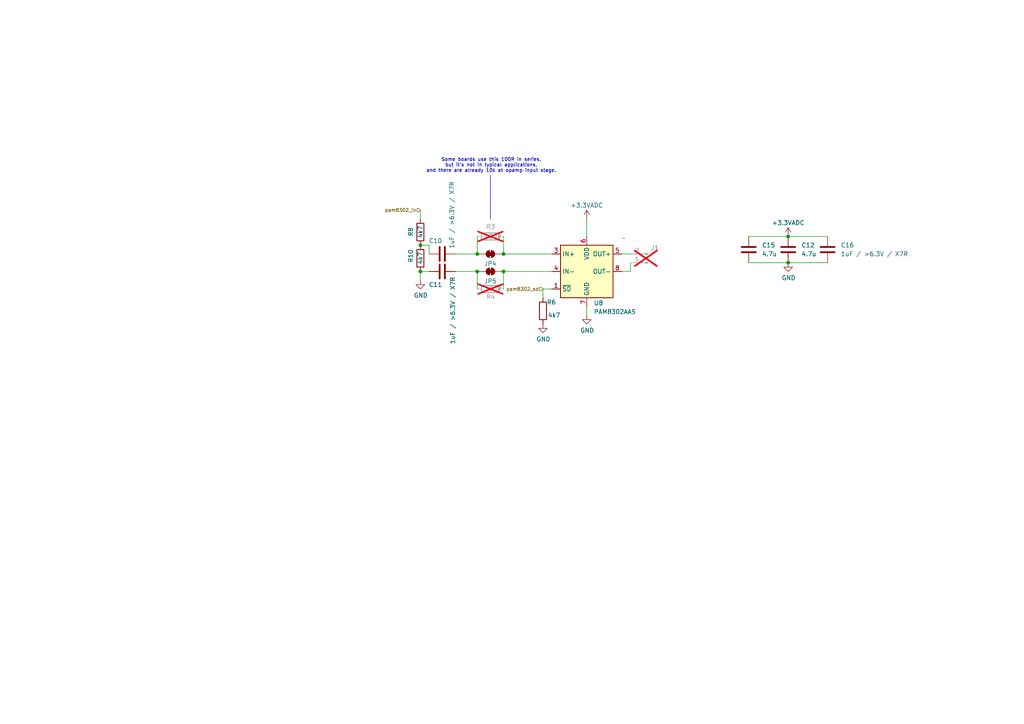
<source format=kicad_sch>
(kicad_sch (version 20250114) (generator "eeschema") (generator_version "9.0")
  (paper "A4")
  (lib_symbols
    (symbol "Amplifier_Audio:PAM8302AAS"
      (property "Reference" "U" (at 7.62 11.43 0))
      (property "Value" "PAM8302AAS" (at 7.62 8.89 0))
      (symbol "PAM8302AAS_0_1"
        (rectangle (start -7.62 7.62) (end 7.62 -7.62) (stroke (width 0.254)) (fill (type background)))
      )
      (symbol "PAM8302AAS_1_1"
        (pin input line (at -10.16 5.08 0) (length 2.54) (name "IN+") (number "3"))
        (pin input line (at -10.16 0 0) (length 2.54) (name "IN-") (number "4"))
        (pin input line (at -10.16 -5.08 0) (length 2.54) (name "~{SD}") (number "1"))
        (pin power_in line (at 0 10.16 270) (length 2.54) (name "VDD") (number "6"))
        (pin power_in line (at 0 -10.16 90) (length 2.54) (name "GND") (number "7"))
        (pin no_connect line (at 7.62 -5.08 180) (length 2.54) (hide yes) (name "NC") (number "2"))
        (pin output line (at 10.16 5.08 180) (length 2.54) (name "OUT+") (number "5"))
        (pin output line (at 10.16 0 180) (length 2.54) (name "OUT-") (number "8"))
      )
    )
    (symbol "Connector:Conn_01x02_Pin" (pin_names (offset 1.016) (hide yes))
      (property "Reference" "J" (at 0 2.54 0))
      (property "Value" "Conn_01x02_Pin" (at 0 -5.08 0))
      (symbol "Conn_01x02_Pin_1_1"
        (rectangle (start 0.8636 0.127) (end 0 -0.127) (stroke (width 0.1524)) (fill (type outline)))
        (rectangle (start 0.8636 -2.413) (end 0 -2.667) (stroke (width 0.1524)) (fill (type outline)))
        (polyline (pts (xy 1.27 0) (xy 0.8636 0)) (stroke (width 0.1524)))
        (polyline (pts (xy 1.27 -2.54) (xy 0.8636 -2.54)) (stroke (width 0.1524)))
        (pin passive line (at 5.08 0 180) (length 3.81) (name "Pin_1") (number "1"))
        (pin passive line (at 5.08 -2.54 180) (length 3.81) (name "Pin_2") (number "2"))
      )
    )
    (symbol "Device:C" (pin_numbers (hide yes)) (pin_names (offset 0.254))
      (property "Reference" "C" (at 0.635 2.54 0))
      (property "Value" "C" (at 0.635 -2.54 0))
      (symbol "C_0_1"
        (polyline (pts (xy -2.032 0.762) (xy 2.032 0.762)) (stroke (width 0.508)))
        (polyline (pts (xy -2.032 -0.762) (xy 2.032 -0.762)) (stroke (width 0.508)))
      )
      (symbol "C_1_1"
        (pin passive line (at 0 3.81 270) (length 2.794) (name "~") (number "1"))
        (pin passive line (at 0 -3.81 90) (length 2.794) (name "~") (number "2"))
      )
    )
    (symbol "Device:R" (pin_numbers (hide yes)) (pin_names (offset 0))
      (property "Reference" "R" (at 2.032 0 90))
      (property "Value" "R" (at 0 0 90))
      (symbol "R_0_1"
        (rectangle (start -1.016 -2.54) (end 1.016 2.54) (stroke (width 0.254)))
      )
      (symbol "R_1_1"
        (pin passive line (at 0 3.81 270) (length 1.27) (name "~") (number "1"))
        (pin passive line (at 0 -3.81 90) (length 1.27) (name "~") (number "2"))
      )
    )
    (symbol "Jumper:SolderJumper_2_Bridged" (pin_numbers (hide yes)) (pin_names (offset 0) (hide yes)) (in_bom no)
      (property "Reference" "JP" (at 0 2.032 0))
      (property "Value" "SolderJumper_2_Bridged" (at 0 -2.54 0))
      (symbol "SolderJumper_2_Bridged_0_1"
        (rectangle (start -0.508 0.508) (end 0.508 -0.508) (fill (type outline)))
        (polyline (pts (xy -0.254 1.016) (xy -0.254 -1.016)))
        (arc (start -0.254 -1.016) (mid -1.2656 0) (end -0.254 1.016))
        (arc (start -0.254 -1.016) (mid -1.2656 0) (end -0.254 1.016) (fill (type outline)))
        (arc (start 0.254 1.016) (mid 1.2656 0) (end 0.254 -1.016))
        (arc (start 0.254 1.016) (mid 1.2656 0) (end 0.254 -1.016) (fill (type outline)))
        (polyline (pts (xy 0.254 1.016) (xy 0.254 -1.016)))
      )
      (symbol "SolderJumper_2_Bridged_1_1"
        (pin passive line (at -3.81 0 0) (length 2.54) (name "A") (number "1"))
        (pin passive line (at 3.81 0 180) (length 2.54) (name "B") (number "2"))
      )
    )
    (symbol "power:+3.3VADC" (power) (pin_numbers (hide yes)) (pin_names (offset 0) (hide yes))
      (property "Value" "+3.3VADC" (at 0 3.556 0))
      (symbol "+3.3VADC_0_0"
        (pin power_in line (at 0 0 90) (length 0) (name "~") (number "1"))
      )
      (symbol "+3.3VADC_0_1"
        (polyline (pts (xy -0.762 1.27) (xy 0 2.54)))
        (polyline (pts (xy 0 2.54) (xy 0.762 1.27)))
        (polyline (pts (xy 0 0) (xy 0 2.54)))
      )
    )
    (symbol "power:GND" (power) (pin_numbers (hide yes)) (pin_names (offset 0) (hide yes))
      (property "Value" "GND" (at 0 -3.81 0))
      (symbol "GND_0_1"
        (polyline (pts (xy 0 0) (xy 0 -1.27) (xy 1.27 -1.27) (xy 0 -2.54) (xy -1.27 -1.27) (xy 0 -1.27)))
      )
      (symbol "GND_1_1"
        (pin power_in line (at 0 0 270) (length 0) (name "~") (number "1"))
      )
    )
  )
  (text "Some boards use this 100R in series,\nbut it's not in typical applications,\nand there are already 10k at opamp input stage." (at 142.494 48.006 0) (effects (font (size 0.9906 0.9906))))
  (junction (at 228.6 76.2))
  (junction (at 138.43 78.74))
  (junction (at 146.05 78.74))
  (junction (at 121.92 78.74))
  (junction (at 121.92 71.12))
  (junction (at 138.43 73.66))
  (junction (at 146.05 73.66))
  (junction (at 228.6 68.58))
  (wire (pts (xy 132.08 73.66) (xy 138.43 73.66)))
  (wire (pts (xy 170.18 91.44) (xy 170.18 88.9)))
  (wire (pts (xy 180.34 78.74) (xy 182.88 78.74)))
  (wire (pts (xy 121.92 71.12) (xy 124.46 71.12)))
  (wire (pts (xy 160.02 83.82) (xy 157.48 83.82)))
  (wire (pts (xy 228.6 68.58) (xy 240.03 68.58)))
  (wire (pts (xy 146.05 83.82) (xy 146.05 78.74)))
  (wire (pts (xy 138.43 78.74) (xy 132.08 78.74)))
  (wire (pts (xy 138.43 68.58) (xy 138.43 73.66)))
  (wire (pts (xy 182.88 78.74) (xy 182.88 76.2)))
  (wire (pts (xy 217.17 68.58) (xy 228.6 68.58)))
  (wire (pts (xy 146.05 73.66) (xy 160.02 73.66)))
  (wire (pts (xy 138.43 83.82) (xy 138.43 78.74)))
  (wire (pts (xy 217.17 76.2) (xy 228.6 76.2)))
  (wire (pts (xy 146.05 78.74) (xy 160.02 78.74)))
  (wire (pts (xy 124.46 71.12) (xy 124.46 73.66)))
  (wire (pts (xy 121.92 60.96) (xy 121.92 63.5)))
  (wire (pts (xy 170.18 63.5) (xy 170.18 68.58)))
  (wire (pts (xy 124.46 78.74) (xy 121.92 78.74)))
  (wire (pts (xy 121.92 78.74) (xy 121.92 81.28)))
  (wire (pts (xy 180.34 73.66) (xy 182.88 73.66)))
  (wire (pts (xy 146.05 68.58) (xy 146.05 73.66)))
  (wire (pts (xy 228.6 76.2) (xy 240.03 76.2)))
  (wire (pts (xy 157.48 83.82) (xy 157.48 86.36)))
  (polyline (pts (xy 142.24 50.8) (xy 142.24 63.5)))
  (hierarchical_label "pam8302_in" (shape input) (at 121.92 60.96 180) (effects (font (size 0.9906 0.9906))))
  (hierarchical_label "pam8302_sd" (shape input) (at 157.48 83.82 180) (effects (font (size 0.9906 0.9906))))
  (symbol (lib_id "power:GND") (at 170.18 91.44 0) (unit 1)
    (property "Reference" "#PWR03" (effects (hide yes)))
    (property "Value" "GND" (at 170.307 95.8342 0))
    (property "Description" "Power symbol creates a global label with name \"GND\" , ground" (effects (hide yes)))
  )
  (symbol (lib_id "Connector:Conn_01x02_Pin") (at 187.96 76.2 180) (unit 1) (dnp yes)
    (property "Reference" "J1" (at 188.722 71.882 0) (effects (justify right)))
    (property "Value" "~" (at 180.34 69.088 0) (effects (justify right)))
    (property "Footprint" "Connector_PinSocket_2.54mm:PinSocket_1x02_P2.54mm_Vertical" (effects (hide yes)))
    (property "Description" "Generic connector, single row, 01x02, script generated" (effects (hide yes)))
  )
  (symbol (lib_id "Amplifier_Audio:PAM8302AAS") (at 170.18 78.74 0) (unit 1)
    (property "Reference" "U8" (at 172.212 87.884 0) (effects (justify left)))
    (property "Value" "PAM8302AAS" (at 172.212 90.424 0) (effects (justify left)))
    (property "Footprint" "Package_SO:SOIC-8_3.9x4.9mm_P1.27mm" (effects (hide yes)))
    (property "Datasheet" "https://www.diodes.com/assets/Datasheets/PAM8302A.pdf" (effects (hide yes)))
    (property "Description" "2.5W Filterless Class-D Mono Audio Amplifier, MSOP-8" (effects (hide yes)))
    (property "Farnell" "3373819" (effects (hide yes)))
    (property "Digikey" "PAM8302AASCRDICT-ND" (effects (hide yes)))
    (property "Mouser" "621-PAM8302AASCR" (effects (hide yes)))
    (property "Mouser Part Number" "621-PAM8302AASCR" (effects (hide yes)))
  )
  (symbol (lib_id "Device:C") (at 128.27 73.66 90) (unit 1)
    (property "Reference" "C10" (at 128.27 69.85 90) (effects (justify left)))
    (property "Value" "1uF / >6.3V / X7R" (at 131.064 72.136 0) (effects (justify left)))
    (property "Footprint" "Capacitor_SMD:C_0603_1608Metric" (effects (hide yes)))
    (property "Description" "Unpolarized capacitor" (effects (hide yes)))
    (property "Digikey" "1276-1019-1-ND" (effects (hide yes)))
    (property "Farnell" "2112839" (effects (hide yes)))
    (property "Mouser" "80-C0603C105K4RAC" (effects (hide yes)))
    (property "RS Components" "184-3726" (effects (hide yes)))
  )
  (symbol (lib_id "power:+3.3VADC") (at 170.18 63.5 0) (unit 1)
    (property "Reference" "#PWR023" (effects (hide yes)))
    (property "Value" "+3.3VADC" (at 170.18 59.555 0))
    (property "Description" "Power symbol creates a global label with name \"+3.3VADC\"" (effects (hide yes)))
  )
  (symbol (lib_id "Device:C") (at 217.17 72.39 0) (unit 1)
    (property "Reference" "C15" (at 220.98 71.1199 0) (effects (justify left)))
    (property "Value" "4.7u" (at 220.98 73.6599 0) (effects (justify left)))
    (property "Footprint" "Capacitor_SMD:C_0603_1608Metric" (effects (hide yes)))
    (property "Description" "Unpolarized capacitor" (effects (hide yes)))
    (property "Mouser" "81-GRM188Z71A475KE5J" (effects (hide yes)))
  )
  (symbol (lib_id "Jumper:SolderJumper_2_Bridged") (at 142.24 78.74 0) (mirror y) (unit 1) (in_bom no)
    (property "Reference" "JP5" (at 142.24 81.534 0))
    (property "Value" "SolderJumper_2_Bridged" (effects (hide yes)))
    (property "Footprint" "Jumper:SolderJumper-2_P1.3mm_Bridged_RoundedPad1.0x1.5mm" (effects (hide yes)))
    (property "Description" "Solder Jumper, 2-pole, closed/bridged" (effects (hide yes)))
    (property "Digikey" "DNP" (effects (hide yes)))
    (property "Farnell" "DNP" (effects (hide yes)))
    (property "Mouser" "DNP" (effects (hide yes)))
    (property "RS Components" "DNP" (effects (hide yes)))
  )
  (symbol (lib_id "power:GND") (at 157.48 93.98 0) (unit 1)
    (property "Reference" "#PWR08" (effects (hide yes)))
    (property "Value" "GND" (at 157.607 98.3742 0))
    (property "Description" "Power symbol creates a global label with name \"GND\" , ground" (effects (hide yes)))
  )
  (symbol (lib_id "power:GND") (at 121.92 81.28 0) (unit 1)
    (property "Reference" "#PWR022" (effects (hide yes)))
    (property "Value" "GND" (at 122.047 85.6742 0))
    (property "Description" "Power symbol creates a global label with name \"GND\" , ground" (effects (hide yes)))
  )
  (symbol (lib_id "Jumper:SolderJumper_2_Bridged") (at 142.24 73.66 0) (mirror y) (unit 1) (in_bom no)
    (property "Reference" "JP4" (at 142.24 76.454 0))
    (property "Value" "SolderJumper_2_Bridged" (effects (hide yes)))
    (property "Footprint" "Jumper:SolderJumper-2_P1.3mm_Bridged_RoundedPad1.0x1.5mm" (effects (hide yes)))
    (property "Description" "Solder Jumper, 2-pole, closed/bridged" (effects (hide yes)))
    (property "Digikey" "DNP" (effects (hide yes)))
    (property "Farnell" "DNP" (effects (hide yes)))
    (property "Mouser" "DNP" (effects (hide yes)))
    (property "RS Components" "DNP" (effects (hide yes)))
  )
  (symbol (lib_id "Device:R") (at 142.24 83.82 270) (mirror x) (unit 1) (dnp yes)
    (property "Reference" "R4" (at 140.97 86.106 90) (effects (justify left)))
    (property "Value" "100R" (at 140.462 83.82 90) (effects (justify left)))
    (property "Footprint" "Resistor_SMD:R_0603_1608Metric" (effects (hide yes)))
    (property "Description" "Resistor" (effects (hide yes)))
    (property "Farnell" "3994558" (effects (hide yes)))
    (property "Digikey" "P100HCT-ND " (effects (hide yes)))
    (property "RS Components" "125-1172" (effects (hide yes)))
    (property "Mouser" "667-ERJ-3EKF1000V" (effects (hide yes)))
  )
  (symbol (lib_id "Device:R") (at 142.24 68.58 270) (unit 1) (dnp yes)
    (property "Reference" "R3" (at 140.97 65.786 90) (effects (justify left)))
    (property "Value" "100R" (at 140.462 68.58 90) (effects (justify left)))
    (property "Footprint" "Resistor_SMD:R_0603_1608Metric" (effects (hide yes)))
    (property "Description" "Resistor" (effects (hide yes)))
    (property "Farnell" "3994558" (effects (hide yes)))
    (property "Digikey" "P100HCT-ND " (effects (hide yes)))
    (property "RS Components" "125-1172" (effects (hide yes)))
    (property "Mouser" "667-ERJ-3EKF1000V" (effects (hide yes)))
  )
  (symbol (lib_id "Device:R") (at 121.92 67.31 0) (unit 1)
    (property "Reference" "R8" (at 119.126 68.58 90) (effects (justify left)))
    (property "Value" "4k7" (at 121.92 69.088 90) (effects (justify left)))
    (property "Footprint" "Resistor_SMD:R_0603_1608Metric" (effects (hide yes)))
    (property "Description" "Resistor" (effects (hide yes)))
    (property "Farnell" "2616584" (effects (hide yes)))
    (property "Digikey" "541-2204-1-ND" (effects (hide yes)))
    (property "RS Components" "188-5836 " (effects (hide yes)))
    (property "Mouser" "71-RCA060310K0FKEA" (effects (hide yes)))
    (property "Mouser Part Number" "71-RCA060310K0FKEA" (effects (hide yes)))
  )
  (symbol (lib_id "Device:R") (at 121.92 74.93 0) (unit 1)
    (property "Reference" "R10" (at 119.126 76.2 90) (effects (justify left)))
    (property "Value" "4k7" (at 121.92 76.708 90) (effects (justify left)))
    (property "Footprint" "Resistor_SMD:R_0603_1608Metric" (effects (hide yes)))
    (property "Description" "Resistor" (effects (hide yes)))
    (property "Farnell" "2616584" (effects (hide yes)))
    (property "Digikey" "541-2204-1-ND" (effects (hide yes)))
    (property "RS Components" "188-5836 " (effects (hide yes)))
    (property "Mouser" "71-RCA060310K0FKEA" (effects (hide yes)))
    (property "Mouser Part Number" "71-RCA060310K0FKEA" (effects (hide yes)))
  )
  (symbol (lib_id "Device:C") (at 240.03 72.39 0) (unit 1)
    (property "Reference" "C16" (at 243.84 71.1199 0) (effects (justify left)))
    (property "Value" "1uF / >6.3V / X7R" (at 243.84 73.6599 0) (effects (justify left)))
    (property "Footprint" "Capacitor_SMD:C_0603_1608Metric" (effects (hide yes)))
    (property "Description" "Unpolarized capacitor" (effects (hide yes)))
    (property "Mouser" "81-GRM188Z71A475KE5J" (effects (hide yes)))
  )
  (symbol (lib_id "Device:C") (at 228.6 72.39 0) (unit 1)
    (property "Reference" "C12" (at 232.41 71.1199 0) (effects (justify left)))
    (property "Value" "4.7u" (at 232.41 73.6599 0) (effects (justify left)))
    (property "Footprint" "Capacitor_SMD:C_0603_1608Metric" (effects (hide yes)))
    (property "Description" "Unpolarized capacitor" (effects (hide yes)))
    (property "Mouser" "81-GRM188Z71A475KE5J" (effects (hide yes)))
  )
  (symbol (lib_id "Device:R") (at 157.48 90.17 180) (unit 1)
    (property "Reference" "R6" (at 161.29 87.63 0) (effects (justify left)))
    (property "Value" "4k7" (at 162.56 91.44 0) (effects (justify left)))
    (property "Footprint" "Resistor_SMD:R_0603_1608Metric" (effects (hide yes)))
    (property "Description" "Resistor" (effects (hide yes)))
    (property "Farnell" "3994558" (effects (hide yes)))
    (property "Digikey" "1292-WR06X472JTLCT-ND" (effects (hide yes)))
    (property "RS Components" "199-5594" (effects (hide yes)))
    (property "Mouser" "756-WCR0603-4K7FI" (effects (hide yes)))
  )
  (symbol (lib_id "power:GND") (at 228.6 76.2 0) (unit 1)
    (property "Reference" "#PWR036" (effects (hide yes)))
    (property "Value" "GND" (at 228.727 80.5942 0))
    (property "Description" "Power symbol creates a global label with name \"GND\" , ground" (effects (hide yes)))
  )
  (symbol (lib_id "power:+3.3VADC") (at 228.6 68.58 0) (unit 1)
    (property "Reference" "#PWR048" (effects (hide yes)))
    (property "Value" "+3.3VADC" (at 228.6 64.635 0))
    (property "Description" "Power symbol creates a global label with name \"+3.3VADC\"" (effects (hide yes)))
  )
  (symbol (lib_id "Device:C") (at 128.27 78.74 90) (unit 1)
    (property "Reference" "C11" (at 128.27 82.55 90) (effects (justify left)))
    (property "Value" "1uF / >6.3V / X7R" (at 131.318 99.822 0) (effects (justify left)))
    (property "Footprint" "Capacitor_SMD:C_0603_1608Metric" (effects (hide yes)))
    (property "Description" "Unpolarized capacitor" (effects (hide yes)))
    (property "Digikey" "1276-1019-1-ND" (effects (hide yes)))
    (property "Farnell" "2112839" (effects (hide yes)))
    (property "Mouser" "80-C0603C105K4RAC" (effects (hide yes)))
    (property "RS Components" "184-3726" (effects (hide yes)))
  )
)
</source>
